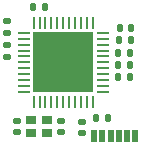
<source format=gbr>
%TF.GenerationSoftware,KiCad,Pcbnew,7.0.6*%
%TF.CreationDate,2024-02-16T19:59:29+01:00*%
%TF.ProjectId,minitari,6d696e69-7461-4726-992e-6b696361645f,rev?*%
%TF.SameCoordinates,Original*%
%TF.FileFunction,Soldermask,Bot*%
%TF.FilePolarity,Negative*%
%FSLAX46Y46*%
G04 Gerber Fmt 4.6, Leading zero omitted, Abs format (unit mm)*
G04 Created by KiCad (PCBNEW 7.0.6) date 2024-02-16 19:59:29*
%MOMM*%
%LPD*%
G01*
G04 APERTURE LIST*
G04 Aperture macros list*
%AMRoundRect*
0 Rectangle with rounded corners*
0 $1 Rounding radius*
0 $2 $3 $4 $5 $6 $7 $8 $9 X,Y pos of 4 corners*
0 Add a 4 corners polygon primitive as box body*
4,1,4,$2,$3,$4,$5,$6,$7,$8,$9,$2,$3,0*
0 Add four circle primitives for the rounded corners*
1,1,$1+$1,$2,$3*
1,1,$1+$1,$4,$5*
1,1,$1+$1,$6,$7*
1,1,$1+$1,$8,$9*
0 Add four rect primitives between the rounded corners*
20,1,$1+$1,$2,$3,$4,$5,0*
20,1,$1+$1,$4,$5,$6,$7,0*
20,1,$1+$1,$6,$7,$8,$9,0*
20,1,$1+$1,$8,$9,$2,$3,0*%
G04 Aperture macros list end*
%ADD10RoundRect,0.135000X0.185000X-0.135000X0.185000X0.135000X-0.185000X0.135000X-0.185000X-0.135000X0*%
%ADD11RoundRect,0.140000X-0.140000X-0.170000X0.140000X-0.170000X0.140000X0.170000X-0.140000X0.170000X0*%
%ADD12RoundRect,0.135000X-0.135000X-0.185000X0.135000X-0.185000X0.135000X0.185000X-0.135000X0.185000X0*%
%ADD13RoundRect,0.140000X0.140000X0.170000X-0.140000X0.170000X-0.140000X-0.170000X0.140000X-0.170000X0*%
%ADD14RoundRect,0.135000X-0.185000X0.135000X-0.185000X-0.135000X0.185000X-0.135000X0.185000X0.135000X0*%
%ADD15RoundRect,0.135000X0.135000X0.185000X-0.135000X0.185000X-0.135000X-0.185000X0.135000X-0.185000X0*%
%ADD16RoundRect,0.062500X0.475000X0.062500X-0.475000X0.062500X-0.475000X-0.062500X0.475000X-0.062500X0*%
%ADD17RoundRect,0.062500X0.062500X0.475000X-0.062500X0.475000X-0.062500X-0.475000X0.062500X-0.475000X0*%
%ADD18R,5.200000X5.200000*%
%ADD19RoundRect,0.140000X-0.170000X0.140000X-0.170000X-0.140000X0.170000X-0.140000X0.170000X0.140000X0*%
%ADD20RoundRect,0.140000X0.170000X-0.140000X0.170000X0.140000X-0.170000X0.140000X-0.170000X-0.140000X0*%
%ADD21R,0.500000X1.000000*%
%ADD22R,0.900000X0.800000*%
G04 APERTURE END LIST*
D10*
%TO.C,R4*%
X114600000Y-68910000D03*
X114600000Y-67890000D03*
%TD*%
D11*
%TO.C,C4*%
X116820000Y-66700000D03*
X117780000Y-66700000D03*
%TD*%
D12*
%TO.C,R2*%
X124090000Y-69500000D03*
X125110000Y-69500000D03*
%TD*%
D13*
%TO.C,C3*%
X124980000Y-71600000D03*
X124020000Y-71600000D03*
%TD*%
%TO.C,C7*%
X124980000Y-72600000D03*
X124020000Y-72600000D03*
%TD*%
D11*
%TO.C,C6*%
X124120000Y-68500000D03*
X125080000Y-68500000D03*
%TD*%
D14*
%TO.C,R5*%
X114600000Y-69890000D03*
X114600000Y-70910000D03*
%TD*%
D15*
%TO.C,R1*%
X125010000Y-70600000D03*
X123990000Y-70600000D03*
%TD*%
D16*
%TO.C,U1*%
X122680476Y-68900000D03*
X122680476Y-69400000D03*
X122680476Y-69900000D03*
X122680476Y-70400000D03*
X122680476Y-70900000D03*
X122680476Y-71400000D03*
X122680476Y-71900000D03*
X122680476Y-72400000D03*
X122680476Y-72900000D03*
X122680476Y-73400000D03*
X122680476Y-73900000D03*
D17*
X121842976Y-74737500D03*
X121342976Y-74737500D03*
X120842976Y-74737500D03*
X120342976Y-74737500D03*
X119842976Y-74737500D03*
X119342976Y-74737500D03*
X118842976Y-74737500D03*
X118342976Y-74737500D03*
X117842976Y-74737500D03*
X117342976Y-74737500D03*
X116842976Y-74737500D03*
D16*
X116005476Y-73900000D03*
X116005476Y-73400000D03*
X116005476Y-72900000D03*
X116005476Y-72400000D03*
X116005476Y-71900000D03*
X116005476Y-71400000D03*
X116005476Y-70900000D03*
X116005476Y-70400000D03*
X116005476Y-69900000D03*
X116005476Y-69400000D03*
X116005476Y-68900000D03*
D17*
X116842976Y-68062500D03*
X117342976Y-68062500D03*
X117842976Y-68062500D03*
X118342976Y-68062500D03*
X118842976Y-68062500D03*
X119342976Y-68062500D03*
X119842976Y-68062500D03*
X120342976Y-68062500D03*
X120842976Y-68062500D03*
X121342976Y-68062500D03*
X121842976Y-68062500D03*
D18*
X119342976Y-71400000D03*
%TD*%
D19*
%TO.C,C2*%
X119200000Y-76320000D03*
X119200000Y-77280000D03*
%TD*%
D20*
%TO.C,C1*%
X115400000Y-77280000D03*
X115400000Y-76320000D03*
%TD*%
%TO.C,C8*%
X120900000Y-77380000D03*
X120900000Y-76420000D03*
%TD*%
D21*
%TO.C,J2*%
X125450000Y-77600000D03*
X124050000Y-77600000D03*
X124750000Y-77600000D03*
X122650000Y-77600000D03*
X123350000Y-77600000D03*
X121950000Y-77600000D03*
%TD*%
D22*
%TO.C,Y1*%
X118000000Y-77400000D03*
X116600000Y-77400000D03*
X116600000Y-76300000D03*
X118000000Y-76300000D03*
%TD*%
D15*
%TO.C,R3*%
X123110000Y-76100000D03*
X122090000Y-76100000D03*
%TD*%
M02*

</source>
